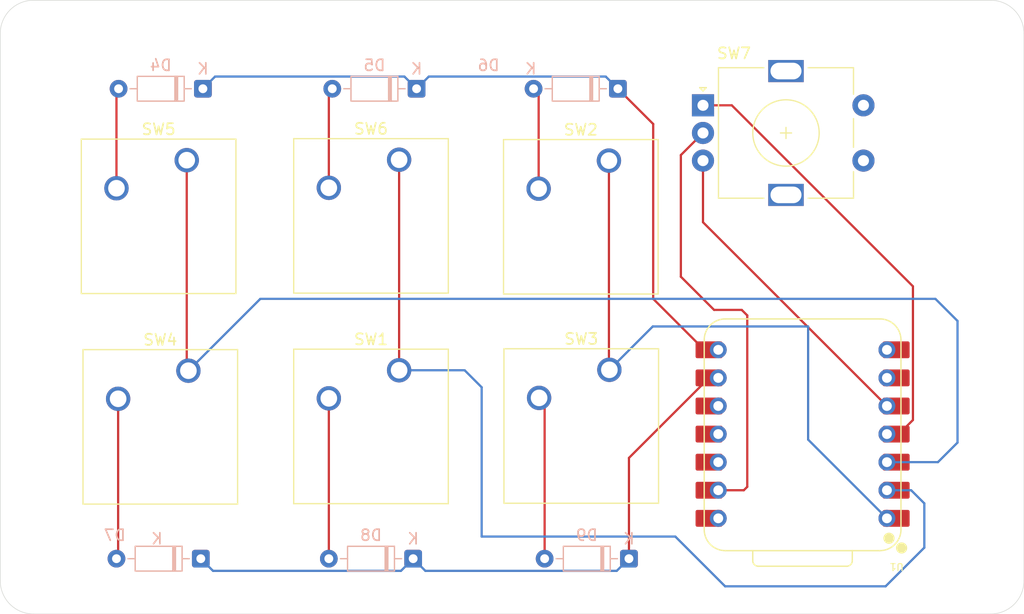
<source format=kicad_pcb>
(kicad_pcb (version 20241229) (generator "pcbnew") (generator_version "9.0")
  (layers (0 "F.Cu" signal) (2 "B.Cu" signal) (13 "F.Paste" user) (15 "B.Paste" user) (5 "F.SilkS" user "F.Silkscreen") (7 "B.SilkS" user "B.Silkscreen") (1 "F.Mask" user) (3 "B.Mask" user) (25 "Edge.Cuts" user))
  (net 0 "")
  (net 1 "Net-(D4-A)")
  (net 2 "ROW 1")
  (net 3 "Net-(D5-A)")
  (net 4 "Net-(D6-A)")
  (net 5 "ROW 2")
  (net 6 "Net-(D7-A)")
  (net 7 "Net-(D8-A)")
  (net 8 "Net-(D9-A)")
  (net 9 "COLUMN 2")
  (net 10 "COLUMN 3")
  (net 11 "COLUMN 1")
  (net 12 "SIGNAL B")
  (net 13 "SIGNAL A")
  (net 14 "GND")
  (net 18 "+5V")
  (footprint "Button_Switch_Keyboard:SW_Cherry_MX_1.00u_PCB" (layer "F.Cu") (at 187.04 81.42)
    (property "Reference" "SW3" (at -2.54 -2.794 0) (layer "F.SilkS"))
    (property "Value" "SW_Push")
    (fp_line (start -9.525 -1.905) (end 4.445 -1.905) (stroke (width 0.12)) (layer "F.SilkS"))
    (fp_line (start -9.525 12.065) (end -9.525 -1.905) (stroke (width 0.12)) (layer "F.SilkS"))
    (fp_line (start 4.445 -1.905) (end 4.445 12.065) (stroke (width 0.12)) (layer "F.SilkS"))
    (fp_line (start 4.445 12.065) (end -9.525 12.065) (stroke (width 0.12)) (layer "F.SilkS"))
    (pad "" np_thru_hole circle (at -7.62 5.08) (size 1.7 1.7) (drill 1.7) (layers "*.Cu" "*.Mask"))
    (pad "" np_thru_hole circle (at -2.54 5.08) (size 4 4) (drill 4) (layers "*.Cu" "*.Mask"))
    (pad "" np_thru_hole circle (at 2.54 5.08) (size 1.7 1.7) (drill 1.7) (layers "*.Cu" "*.Mask"))
    (pad "1" thru_hole circle (at 0 0) (size 2.2 2.2) (drill 1.5) (layers "*.Cu" "*.Mask") (net 10 "COLUMN 3"))
    (pad "2" thru_hole circle (at -6.35 2.54) (size 2.2 2.2) (drill 1.5) (layers "*.Cu" "*.Mask") (net 8 "Net-(D9-A)"))
  )
  (footprint "MountingHole:MountingHole_3.2mm_M3" (layer "F.Cu") (at 136.5 99.5)
    (property "Reference" "REF**" (hide yes))
    (property "Value" "MountingHole_3.2mm_M3" (hide yes))
    (pad "" np_thru_hole circle (at 0 0) (size 3.2 3.2) (drill 3.2) (layers "*.Cu" "*.Mask"))
  )
  (footprint "Button_Switch_Keyboard:SW_Cherry_MX_1.00u_PCB" (layer "F.Cu") (at 149 81.5)
    (property "Reference" "SW4" (at -2.54 -2.794 0) (layer "F.SilkS"))
    (property "Value" "SW_Push")
    (fp_line (start -9.525 -1.905) (end 4.445 -1.905) (stroke (width 0.12)) (layer "F.SilkS"))
    (fp_line (start -9.525 12.065) (end -9.525 -1.905) (stroke (width 0.12)) (layer "F.SilkS"))
    (fp_line (start 4.445 -1.905) (end 4.445 12.065) (stroke (width 0.12)) (layer "F.SilkS"))
    (fp_line (start 4.445 12.065) (end -9.525 12.065) (stroke (width 0.12)) (layer "F.SilkS"))
    (pad "" np_thru_hole circle (at -7.62 5.08) (size 1.7 1.7) (drill 1.7) (layers "*.Cu" "*.Mask"))
    (pad "" np_thru_hole circle (at -2.54 5.08) (size 4 4) (drill 4) (layers "*.Cu" "*.Mask"))
    (pad "" np_thru_hole circle (at 2.54 5.08) (size 1.7 1.7) (drill 1.7) (layers "*.Cu" "*.Mask"))
    (pad "1" thru_hole circle (at 0 0) (size 2.2 2.2) (drill 1.5) (layers "*.Cu" "*.Mask") (net 11 "COLUMN 1"))
    (pad "2" thru_hole circle (at -6.35 2.54) (size 2.2 2.2) (drill 1.5) (layers "*.Cu" "*.Mask") (net 6 "Net-(D7-A)"))
  )
  (footprint "MountingHole:MountingHole_3.2mm_M3" (layer "F.Cu") (at 220 99)
    (property "Reference" "REF**" (hide yes))
    (property "Value" "MountingHole_3.2mm_M3" (hide yes))
    (pad "" np_thru_hole circle (at 0 0) (size 3.2 3.2) (drill 3.2) (layers "*.Cu" "*.Mask"))
  )
  (footprint "Seeed Studio XIAO Series Library:XIAO-RP2040-DIP" (layer "F.Cu") (at 204.5 87.2315 180)
    (property "Reference" "U1" (at -8.5 -12 180) (layer "F.SilkS") (effects (font (size 0.635 0.635) (thickness 0.1016))))
    (property "Value" "XIAO-RP2040-DIP")
    (fp_line (start 8.89 8.509) (end 8.89 -8.636) (stroke (width 0.127)) (layer "F.SilkS"))
    (fp_line (start 6.985 -10.541) (end -6.985 -10.541) (stroke (width 0.1)) (layer "F.SilkS"))
    (fp_line (start 6.985 -10.541) (end -6.985 -10.541) (stroke (width 0.127)) (layer "F.SilkS"))
    (fp_line (start 4.504 -11.451) (end 4.504 -10.541) (stroke (width 0.127)) (layer "F.SilkS"))
    (fp_line (start -3.991272 -11.951) (end 4.004 -11.951) (stroke (width 0.127)) (layer "F.SilkS"))
    (fp_line (start -4.495 -10.541) (end -4.491272 -11.451272) (stroke (width 0.127)) (layer "F.SilkS"))
    (fp_line (start -6.985 10.414) (end 6.985 10.414) (stroke (width 0.127)) (layer "F.SilkS"))
    (fp_line (start -8.89 8.509) (end -8.89 -8.636) (stroke (width 0.127)) (layer "F.SilkS"))
    (fp_arc (start 8.89 8.509) (mid 8.332038 9.856038) (end 6.985 10.414) (stroke (width 0.127)) (layer "F.SilkS"))
    (fp_arc (start 6.985 -10.541) (mid 8.332038 -9.983038) (end 8.89 -8.636) (stroke (width 0.127)) (layer "F.SilkS"))
    (fp_arc (start 4.004 -11.951) (mid 4.357553 -11.804553) (end 4.504 -11.451) (stroke (width 0.127)) (layer "F.SilkS"))
    (fp_arc (start -4.491272 -11.451272) (mid -4.344724 -11.804644) (end -3.991272 -11.951) (stroke (width 0.127)) (layer "F.SilkS"))
    (fp_arc (start -6.985 10.414) (mid -8.332038 9.856038) (end -8.89 8.509) (stroke (width 0.127)) (layer "F.SilkS"))
    (fp_arc (start -8.89 -8.636) (mid -8.332038 -9.983038) (end -6.985 -10.541) (stroke (width 0.127)) (layer "F.SilkS"))
    (fp_circle (center -7.807 -9.42) (end -7.807 -9.674) (stroke (width 0.5)) (fill yes) (layer "F.SilkS"))
    (fp_circle (center -8.95 -10.3) (end -8.95 -10.554) (stroke (width 0.5)) (fill yes) (layer "F.SilkS"))
    (pad "1" smd roundrect (at -8.455 -7.62) (size 2.432 1.524) (layers "F.Cu" "F.Mask") (roundrect_rratio 0.1) (net 10 "COLUMN 3"))
    (pad "1" thru_hole circle (at -7.62 -7.62) (size 1.524 1.524) (drill 0.889) (layers "*.Cu" "*.Mask") (net 10 "COLUMN 3"))
    (pad "2" smd roundrect (at -8.455 -5.08) (size 2.432 1.524) (layers "F.Cu" "F.Mask") (roundrect_rratio 0.1) (net 9 "COLUMN 2"))
    (pad "2" thru_hole circle (at -7.62 -5.08) (size 1.524 1.524) (drill 0.889) (layers "*.Cu" "*.Mask") (net 9 "COLUMN 2"))
    (pad "3" smd roundrect (at -8.455 -2.54) (size 2.432 1.524) (layers "F.Cu" "F.Mask") (roundrect_rratio 0.1) (net 11 "COLUMN 1"))
    (pad "3" thru_hole circle (at -7.62 -2.54) (size 1.524 1.524) (drill 0.889) (layers "*.Cu" "*.Mask") (net 11 "COLUMN 1"))
    (pad "4" smd roundrect (at -8.455 0) (size 2.432 1.524) (layers "F.Cu" "F.Mask") (roundrect_rratio 0.1) (net 13 "SIGNAL A"))
    (pad "4" thru_hole circle (at -7.62 0) (size 1.524 1.524) (drill 0.889) (layers "*.Cu" "*.Mask") (net 13 "SIGNAL A"))
    (pad "5" smd roundrect (at -8.455 2.54) (size 2.432 1.524) (layers "F.Cu" "F.Mask") (roundrect_rratio 0.1) (net 12 "SIGNAL B"))
    (pad "5" thru_hole circle (at -7.62 2.54) (size 1.524 1.524) (drill 0.889) (layers "*.Cu" "*.Mask") (net 12 "SIGNAL B"))
    (pad "6" smd roundrect (at -8.455 5.08) (size 2.432 1.524) (layers "F.Cu" "F.Mask") (roundrect_rratio 0.1))
    (pad "6" thru_hole circle (at -7.62 5.08) (size 1.524 1.524) (drill 0.889) (layers "*.Cu" "*.Mask"))
    (pad "7" smd roundrect (at -8.455 7.62) (size 2.432 1.524) (layers "F.Cu" "F.Mask") (roundrect_rratio 0.1))
    (pad "7" thru_hole circle (at -7.62 7.62) (size 1.524 1.524) (drill 0.889) (layers "*.Cu" "*.Mask"))
    (pad "8" thru_hole circle (at 7.62 7.62 180) (size 1.524 1.524) (drill 0.889) (layers "*.Cu" "*.Mask") (net 2 "ROW 1"))
    (pad "8" smd roundrect (at 8.455 7.62 180) (size 2.432 1.524) (layers "F.Cu" "F.Mask") (roundrect_rratio 0.1) (net 2 "ROW 1"))
    (pad "9" thru_hole circle (at 7.62 5.08 180) (size 1.524 1.524) (drill 0.889) (layers "*.Cu" "*.Mask") (net 5 "ROW 2"))
    (pad "9" smd roundrect (at 8.455 5.08 180) (size 2.432 1.524) (layers "F.Cu" "F.Mask") (roundrect_rratio 0.1) (net 5 "ROW 2"))
    (pad "10" thru_hole circle (at 7.62 2.54 180) (size 1.524 1.524) (drill 0.889) (layers "*.Cu" "*.Mask"))
    (pad "10" smd roundrect (at 8.455 2.54 180) (size 2.432 1.524) (layers "F.Cu" "F.Mask") (roundrect_rratio 0.1))
    (pad "11" thru_hole circle (at 7.62 0 180) (size 1.524 1.524) (drill 0.889) (layers "*.Cu" "*.Mask"))
    (pad "11" smd roundrect (at 8.455 0 180) (size 2.432 1.524) (layers "F.Cu" "F.Mask") (roundrect_rratio 0.1))
    (pad "12" thru_hole circle (at 7.62 -2.54 180) (size 1.524 1.524) (drill 0.889) (layers "*.Cu" "*.Mask"))
    (pad "12" smd roundrect (at 8.455 -2.54 180) (size 2.432 1.524) (layers "F.Cu" "F.Mask") (roundrect_rratio 0.1))
    (pad "13" thru_hole circle (at 7.62 -5.08 180) (size 1.524 1.524) (drill 0.889) (layers "*.Cu" "*.Mask") (net 14 "GND"))
    (pad "13" smd roundrect (at 8.455 -5.08 180) (size 2.432 1.524) (layers "F.Cu" "F.Mask") (roundrect_rratio 0.1) (net 14 "GND"))
    (pad "14" thru_hole circle (at 7.62 -7.62 180) (size 1.524 1.524) (drill 0.889) (layers "*.Cu" "*.Mask") (net 18 "+5V"))
    (pad "14" smd roundrect (at 8.455 -7.62 180) (size 2.432 1.524) (layers "F.Cu" "F.Mask") (roundrect_rratio 0.1) (net 18 "+5V"))
  )
  (footprint "Rotary_Encoder:RotaryEncoder_Alps_EC11E-Switch_Vertical_H20mm" (layer "F.Cu") (at 195.5 57.5)
    (property "Reference" "SW7" (at 2.8 -4.7 0) (layer "F.SilkS"))
    (property "Value" "RotaryEncoder")
    (fp_line (start -0.3 -1.6) (end 0.3 -1.6) (stroke (width 0.12)) (layer "F.SilkS"))
    (fp_line (start 0 -1.3) (end -0.3 -1.6) (stroke (width 0.12)) (layer "F.SilkS"))
    (fp_line (start 0.3 -1.6) (end 0 -1.3) (stroke (width 0.12)) (layer "F.SilkS"))
    (fp_line (start 1.4 -3.4) (end 1.4 8.4) (stroke (width 0.12)) (layer "F.SilkS"))
    (fp_line (start 5.5 -3.4) (end 1.4 -3.4) (stroke (width 0.12)) (layer "F.SilkS"))
    (fp_line (start 5.5 8.4) (end 1.4 8.4) (stroke (width 0.12)) (layer "F.SilkS"))
    (fp_line (start 7 2.5) (end 8 2.5) (stroke (width 0.12)) (layer "F.SilkS"))
    (fp_line (start 7.5 2) (end 7.5 3) (stroke (width 0.12)) (layer "F.SilkS"))
    (fp_line (start 9.5 -3.4) (end 13.6 -3.4) (stroke (width 0.12)) (layer "F.SilkS"))
    (fp_line (start 13.6 -3.4) (end 13.6 -1) (stroke (width 0.12)) (layer "F.SilkS"))
    (fp_line (start 13.6 1.2) (end 13.6 3.8) (stroke (width 0.12)) (layer "F.SilkS"))
    (fp_line (start 13.6 6) (end 13.6 8.4) (stroke (width 0.12)) (layer "F.SilkS"))
    (fp_line (start 13.6 8.4) (end 9.5 8.4) (stroke (width 0.12)) (layer "F.SilkS"))
    (fp_circle (center 7.5 2.5) (end 10.5 2.5) (stroke (width 0.12)) (fill no) (layer "F.SilkS"))
    (pad "A" thru_hole rect (at 0 0) (size 2 2) (drill 1) (layers "*.Cu" "*.Mask") (net 13 "SIGNAL A"))
    (pad "B" thru_hole circle (at 0 5) (size 2 2) (drill 1) (layers "*.Cu" "*.Mask") (net 12 "SIGNAL B"))
    (pad "C" thru_hole circle (at 0 2.5) (size 2 2) (drill 1) (layers "*.Cu" "*.Mask") (net 14 "GND"))
    (pad "MP" thru_hole rect (at 7.5 -3.1) (size 3.2 2) (drill oval 2.8 1.5) (layers "*.Cu" "*.Mask"))
    (pad "MP" thru_hole rect (at 7.5 8.1) (size 3.2 2) (drill oval 2.8 1.5) (layers "*.Cu" "*.Mask"))
    (pad "S1" thru_hole circle (at 14.5 5) (size 2 2) (drill 1) (layers "*.Cu" "*.Mask"))
    (pad "S2" thru_hole circle (at 14.5 0) (size 2 2) (drill 1) (layers "*.Cu" "*.Mask"))
  )
  (footprint "Button_Switch_Keyboard:SW_Cherry_MX_1.00u_PCB" (layer "F.Cu") (at 148.85 62.46)
    (property "Reference" "SW5" (at -2.54 -2.794 0) (layer "F.SilkS"))
    (property "Value" "SW_Push")
    (fp_line (start -9.525 -1.905) (end 4.445 -1.905) (stroke (width 0.12)) (layer "F.SilkS"))
    (fp_line (start -9.525 12.065) (end -9.525 -1.905) (stroke (width 0.12)) (layer "F.SilkS"))
    (fp_line (start 4.445 -1.905) (end 4.445 12.065) (stroke (width 0.12)) (layer "F.SilkS"))
    (fp_line (start 4.445 12.065) (end -9.525 12.065) (stroke (width 0.12)) (layer "F.SilkS"))
    (pad "" np_thru_hole circle (at -7.62 5.08) (size 1.7 1.7) (drill 1.7) (layers "*.Cu" "*.Mask"))
    (pad "" np_thru_hole circle (at -2.54 5.08) (size 4 4) (drill 4) (layers "*.Cu" "*.Mask"))
    (pad "" np_thru_hole circle (at 2.54 5.08) (size 1.7 1.7) (drill 1.7) (layers "*.Cu" "*.Mask"))
    (pad "1" thru_hole circle (at 0 0) (size 2.2 2.2) (drill 1.5) (layers "*.Cu" "*.Mask") (net 11 "COLUMN 1"))
    (pad "2" thru_hole circle (at -6.35 2.54) (size 2.2 2.2) (drill 1.5) (layers "*.Cu" "*.Mask") (net 1 "Net-(D4-A)"))
  )
  (footprint "MountingHole:MountingHole_3.2mm_M3" (layer "F.Cu") (at 220 52)
    (property "Reference" "POOP" (hide yes))
    (property "Value" "MountingHole_3.2mm_M3" (hide yes))
    (pad "" np_thru_hole circle (at 0 0) (size 3.2 3.2) (drill 3.2) (layers "*.Cu" "*.Mask"))
  )
  (footprint "Button_Switch_Keyboard:SW_Cherry_MX_1.00u_PCB" (layer "F.Cu") (at 168.04 62.42)
    (property "Reference" "SW6" (at -2.54 -2.794 0) (layer "F.SilkS"))
    (property "Value" "SW_Push")
    (fp_line (start -9.525 -1.905) (end 4.445 -1.905) (stroke (width 0.12)) (layer "F.SilkS"))
    (fp_line (start -9.525 12.065) (end -9.525 -1.905) (stroke (width 0.12)) (layer "F.SilkS"))
    (fp_line (start 4.445 -1.905) (end 4.445 12.065) (stroke (width 0.12)) (layer "F.SilkS"))
    (fp_line (start 4.445 12.065) (end -9.525 12.065) (stroke (width 0.12)) (layer "F.SilkS"))
    (pad "" np_thru_hole circle (at -7.62 5.08) (size 1.7 1.7) (drill 1.7) (layers "*.Cu" "*.Mask"))
    (pad "" np_thru_hole circle (at -2.54 5.08) (size 4 4) (drill 4) (layers "*.Cu" "*.Mask"))
    (pad "" np_thru_hole circle (at 2.54 5.08) (size 1.7 1.7) (drill 1.7) (layers "*.Cu" "*.Mask"))
    (pad "1" thru_hole circle (at 0 0) (size 2.2 2.2) (drill 1.5) (layers "*.Cu" "*.Mask") (net 9 "COLUMN 2"))
    (pad "2" thru_hole circle (at -6.35 2.54) (size 2.2 2.2) (drill 1.5) (layers "*.Cu" "*.Mask") (net 3 "Net-(D5-A)"))
  )
  (footprint "Button_Switch_Keyboard:SW_Cherry_MX_1.00u_PCB" (layer "F.Cu") (at 187 62.5)
    (property "Reference" "SW2" (at -2.54 -2.794 0) (layer "F.SilkS"))
    (property "Value" "SW_Push")
    (fp_line (start -9.525 -1.905) (end 4.445 -1.905) (stroke (width 0.12)) (layer "F.SilkS"))
    (fp_line (start -9.525 12.065) (end -9.525 -1.905) (stroke (width 0.12)) (layer "F.SilkS"))
    (fp_line (start 4.445 -1.905) (end 4.445 12.065) (stroke (width 0.12)) (layer "F.SilkS"))
    (fp_line (start 4.445 12.065) (end -9.525 12.065) (stroke (width 0.12)) (layer "F.SilkS"))
    (pad "" np_thru_hole circle (at -7.62 5.08) (size 1.7 1.7) (drill 1.7) (layers "*.Cu" "*.Mask"))
    (pad "" np_thru_hole circle (at -2.54 5.08) (size 4 4) (drill 4) (layers "*.Cu" "*.Mask"))
    (pad "" np_thru_hole circle (at 2.54 5.08) (size 1.7 1.7) (drill 1.7) (layers "*.Cu" "*.Mask"))
    (pad "1" thru_hole circle (at 0 0) (size 2.2 2.2) (drill 1.5) (layers "*.Cu" "*.Mask") (net 10 "COLUMN 3"))
    (pad "2" thru_hole circle (at -6.35 2.54) (size 2.2 2.2) (drill 1.5) (layers "*.Cu" "*.Mask") (net 4 "Net-(D6-A)"))
  )
  (footprint "Button_Switch_Keyboard:SW_Cherry_MX_1.00u_PCB" (layer "F.Cu") (at 168.04 81.46)
    (property "Reference" "SW1" (at -2.54 -2.794 0) (layer "F.SilkS"))
    (property "Value" "SW_Push")
    (fp_line (start -9.525 -1.905) (end 4.445 -1.905) (stroke (width 0.12)) (layer "F.SilkS"))
    (fp_line (start -9.525 12.065) (end -9.525 -1.905) (stroke (width 0.12)) (layer "F.SilkS"))
    (fp_line (start 4.445 -1.905) (end 4.445 12.065) (stroke (width 0.12)) (layer "F.SilkS"))
    (fp_line (start 4.445 12.065) (end -9.525 12.065) (stroke (width 0.12)) (layer "F.SilkS"))
    (pad "" np_thru_hole circle (at -7.62 5.08) (size 1.7 1.7) (drill 1.7) (layers "*.Cu" "*.Mask"))
    (pad "" np_thru_hole circle (at -2.54 5.08) (size 4 4) (drill 4) (layers "*.Cu" "*.Mask"))
    (pad "" np_thru_hole circle (at 2.54 5.08) (size 1.7 1.7) (drill 1.7) (layers "*.Cu" "*.Mask"))
    (pad "1" thru_hole circle (at 0 0) (size 2.2 2.2) (drill 1.5) (layers "*.Cu" "*.Mask") (net 9 "COLUMN 2"))
    (pad "2" thru_hole circle (at -6.35 2.54) (size 2.2 2.2) (drill 1.5) (layers "*.Cu" "*.Mask") (net 7 "Net-(D8-A)"))
  )
  (footprint "MountingHole:MountingHole_3.2mm_M3" (layer "F.Cu") (at 136.5 52)
    (property "Reference" "REF**" (hide yes))
    (property "Value" "MountingHole_3.2mm_M3" (hide yes))
    (pad "" np_thru_hole circle (at 0 0) (size 3.2 3.2) (drill 3.2) (layers "*.Cu" "*.Mask"))
  )
  (footprint "Diode_THT:D_DO-35_SOD27_P7.62mm_Horizontal" (layer "B.Cu") (at 169.62 56 180)
    (property "Reference" "D5" (at 3.81 2.12 0) (layer "B.SilkS") (effects (justify mirror)))
    (property "Value" "1N4148")
    (fp_line (start 6.58 0) (end 5.93 0) (stroke (width 0.12)) (layer "B.SilkS"))
    (fp_line (start 2.53 1.12) (end 2.53 -1.12) (stroke (width 0.12)) (layer "B.SilkS"))
    (fp_line (start 2.41 1.12) (end 2.41 -1.12) (stroke (width 0.12)) (layer "B.SilkS"))
    (fp_line (start 2.29 1.12) (end 2.29 -1.12) (stroke (width 0.12)) (layer "B.SilkS"))
    (fp_line (start 1.04 0) (end 1.69 0) (stroke (width 0.12)) (layer "B.SilkS"))
    (fp_rect (start 1.69 1.12) (end 5.93 -1.12) (stroke (width 0.12)) (fill no) (layer "B.SilkS"))
    (fp_text user "K" (at 0 1.8 0) (layer "B.SilkS") (effects (justify mirror)))
    (pad "1" thru_hole roundrect (at 0 0 180) (size 1.6 1.6) (drill 0.8) (layers "*.Cu" "*.Mask") (roundrect_rratio 0.15625) (net 2 "ROW 1"))
    (pad "2" thru_hole circle (at 7.62 0 180) (size 1.6 1.6) (drill 0.8) (layers "*.Cu" "*.Mask") (net 3 "Net-(D5-A)"))
  )
  (footprint "Diode_THT:D_DO-35_SOD27_P7.62mm_Horizontal" (layer "B.Cu") (at 150.31 56 180)
    (property "Reference" "D4" (at 3.81 2.12 0) (layer "B.SilkS") (effects (justify mirror)))
    (property "Value" "1N4148")
    (fp_line (start 6.58 0) (end 5.93 0) (stroke (width 0.12)) (layer "B.SilkS"))
    (fp_line (start 2.53 1.12) (end 2.53 -1.12) (stroke (width 0.12)) (layer "B.SilkS"))
    (fp_line (start 2.41 1.12) (end 2.41 -1.12) (stroke (width 0.12)) (layer "B.SilkS"))
    (fp_line (start 2.29 1.12) (end 2.29 -1.12) (stroke (width 0.12)) (layer "B.SilkS"))
    (fp_line (start 1.04 0) (end 1.69 0) (stroke (width 0.12)) (layer "B.SilkS"))
    (fp_rect (start 1.69 1.12) (end 5.93 -1.12) (stroke (width 0.12)) (fill no) (layer "B.SilkS"))
    (fp_text user "K" (at 0 1.8 0) (layer "B.SilkS") (effects (justify mirror)))
    (pad "1" thru_hole roundrect (at 0 0 180) (size 1.6 1.6) (drill 0.8) (layers "*.Cu" "*.Mask") (roundrect_rratio 0.15625) (net 2 "ROW 1"))
    (pad "2" thru_hole circle (at 7.62 0 180) (size 1.6 1.6) (drill 0.8) (layers "*.Cu" "*.Mask") (net 1 "Net-(D4-A)"))
  )
  (footprint "Diode_THT:D_DO-35_SOD27_P7.62mm_Horizontal" (layer "B.Cu") (at 187.81 56 180)
    (property "Reference" "D6" (at 11.684 2.12 0) (layer "B.SilkS") (effects (justify mirror)))
    (property "Value" "1N4148")
    (fp_line (start 6.58 0) (end 5.93 0) (stroke (width 0.12)) (layer "B.SilkS"))
    (fp_line (start 2.53 1.12) (end 2.53 -1.12) (stroke (width 0.12)) (layer "B.SilkS"))
    (fp_line (start 2.41 1.12) (end 2.41 -1.12) (stroke (width 0.12)) (layer "B.SilkS"))
    (fp_line (start 2.29 1.12) (end 2.29 -1.12) (stroke (width 0.12)) (layer "B.SilkS"))
    (fp_line (start 1.04 0) (end 1.69 0) (stroke (width 0.12)) (layer "B.SilkS"))
    (fp_rect (start 1.69 1.12) (end 5.93 -1.12) (stroke (width 0.12)) (fill no) (layer "B.SilkS"))
    (fp_text user "K" (at 7.874 1.8 0) (layer "B.SilkS") (effects (justify mirror)))
    (pad "1" thru_hole roundrect (at 0 0 180) (size 1.6 1.6) (drill 0.8) (layers "*.Cu" "*.Mask") (roundrect_rratio 0.15625) (net 2 "ROW 1"))
    (pad "2" thru_hole circle (at 7.62 0 180) (size 1.6 1.6) (drill 0.8) (layers "*.Cu" "*.Mask") (net 4 "Net-(D6-A)"))
  )
  (footprint "Diode_THT:D_DO-35_SOD27_P7.62mm_Horizontal" (layer "B.Cu") (at 188.81 98.5 180)
    (property "Reference" "D9" (at 3.81 2.12 0) (layer "B.SilkS") (effects (justify mirror)))
    (property "Value" "1N4148")
    (fp_line (start 6.58 0) (end 5.93 0) (stroke (width 0.12)) (layer "B.SilkS"))
    (fp_line (start 2.53 1.12) (end 2.53 -1.12) (stroke (width 0.12)) (layer "B.SilkS"))
    (fp_line (start 2.41 1.12) (end 2.41 -1.12) (stroke (width 0.12)) (layer "B.SilkS"))
    (fp_line (start 2.29 1.12) (end 2.29 -1.12) (stroke (width 0.12)) (layer "B.SilkS"))
    (fp_line (start 1.04 0) (end 1.69 0) (stroke (width 0.12)) (layer "B.SilkS"))
    (fp_rect (start 1.69 1.12) (end 5.93 -1.12) (stroke (width 0.12)) (fill no) (layer "B.SilkS"))
    (fp_text user "K" (at 0 1.8 0) (layer "B.SilkS") (effects (justify mirror)))
    (pad "1" thru_hole roundrect (at 0 0 180) (size 1.6 1.6) (drill 0.8) (layers "*.Cu" "*.Mask") (roundrect_rratio 0.15625) (net 5 "ROW 2"))
    (pad "2" thru_hole circle (at 7.62 0 180) (size 1.6 1.6) (drill 0.8) (layers "*.Cu" "*.Mask") (net 8 "Net-(D9-A)"))
  )
  (footprint "Diode_THT:D_DO-35_SOD27_P7.62mm_Horizontal" (layer "B.Cu") (at 150.12 98.5 180)
    (property "Reference" "D7" (at 7.774 2.12 0) (layer "B.SilkS") (effects (justify mirror)))
    (property "Value" "1N4148")
    (fp_line (start 6.58 0) (end 5.93 0) (stroke (width 0.12)) (layer "B.SilkS"))
    (fp_line (start 2.53 1.12) (end 2.53 -1.12) (stroke (width 0.12)) (layer "B.SilkS"))
    (fp_line (start 2.41 1.12) (end 2.41 -1.12) (stroke (width 0.12)) (layer "B.SilkS"))
    (fp_line (start 2.29 1.12) (end 2.29 -1.12) (stroke (width 0.12)) (layer "B.SilkS"))
    (fp_line (start 1.04 0) (end 1.69 0) (stroke (width 0.12)) (layer "B.SilkS"))
    (fp_rect (start 1.69 1.12) (end 5.93 -1.12) (stroke (width 0.12)) (fill no) (layer "B.SilkS"))
    (fp_text user "K" (at 3.964 1.8 0) (layer "B.SilkS") (effects (justify mirror)))
    (pad "1" thru_hole roundrect (at 0 0 180) (size 1.6 1.6) (drill 0.8) (layers "*.Cu" "*.Mask") (roundrect_rratio 0.15625) (net 5 "ROW 2"))
    (pad "2" thru_hole circle (at 7.62 0 180) (size 1.6 1.6) (drill 0.8) (layers "*.Cu" "*.Mask") (net 6 "Net-(D7-A)"))
  )
  (footprint "Diode_THT:D_DO-35_SOD27_P7.62mm_Horizontal" (layer "B.Cu") (at 169.31 98.5 180)
    (property "Reference" "D8" (at 3.81 2.12 0) (layer "B.SilkS") (effects (justify mirror)))
    (property "Value" "1N4148")
    (fp_line (start 6.58 0) (end 5.93 0) (stroke (width 0.12)) (layer "B.SilkS"))
    (fp_line (start 2.53 1.12) (end 2.53 -1.12) (stroke (width 0.12)) (layer "B.SilkS"))
    (fp_line (start 2.41 1.12) (end 2.41 -1.12) (stroke (width 0.12)) (layer "B.SilkS"))
    (fp_line (start 2.29 1.12) (end 2.29 -1.12) (stroke (width 0.12)) (layer "B.SilkS"))
    (fp_line (start 1.04 0) (end 1.69 0) (stroke (width 0.12)) (layer "B.SilkS"))
    (fp_rect (start 1.69 1.12) (end 5.93 -1.12) (stroke (width 0.12)) (fill no) (layer "B.SilkS"))
    (fp_text user "K" (at 0 1.8 0) (layer "B.SilkS") (effects (justify mirror)))
    (pad "1" thru_hole roundrect (at 0 0 180) (size 1.6 1.6) (drill 0.8) (layers "*.Cu" "*.Mask") (roundrect_rratio 0.15625) (net 5 "ROW 2"))
    (pad "2" thru_hole circle (at 7.62 0 180) (size 1.6 1.6) (drill 0.8) (layers "*.Cu" "*.Mask") (net 7 "Net-(D8-A)"))
  )
  (gr_arc (start 224.5 100.5) (mid 223.62132 102.62132) (end 221.5 103.5) (stroke (width 0.05)) (layer "Edge.Cuts"))
  (gr_line (start 135 48) (end 221.5 48) (stroke (width 0.05)) (layer "Edge.Cuts"))
  (gr_arc (start 221.5 48) (mid 223.62132 48.87868) (end 224.5 51) (stroke (width 0.05)) (layer "Edge.Cuts"))
  (gr_arc (start 132 51) (mid 132.87868 48.87868) (end 135 48) (stroke (width 0.05)) (layer "Edge.Cuts"))
  (gr_line (start 132 100.5) (end 132 51) (stroke (width 0.05)) (layer "Edge.Cuts"))
  (gr_arc (start 135 103.5) (mid 132.87868 102.62132) (end 132 100.5) (stroke (width 0.05)) (layer "Edge.Cuts"))
  (gr_line (start 224.5 51) (end 224.5 100.5) (stroke (width 0.05)) (layer "Edge.Cuts"))
  (gr_line (start 221.5 103.5) (end 135 103.5) (stroke (width 0.05)) (layer "Edge.Cuts"))
  (segment (start 142.5 56.19) (end 142.69 56) (width 0.2) (layer "F.Cu") (net 1))
  (segment (start 142.5 65) (end 142.5 56.19) (width 0.2) (layer "F.Cu") (net 1))
  (segment (start 196.88 79.6115) (end 195.6115 79.6115) (width 0.2) (layer "F.Cu") (net 2))
  (segment (start 191 59.19) (end 187.81 56) (width 0.2) (layer "F.Cu") (net 2))
  (segment (start 191 75) (end 191 59.19) (width 0.2) (layer "F.Cu") (net 2))
  (segment (start 195.6115 79.6115) (end 191 75) (width 0.2) (layer "F.Cu") (net 2))
  (segment (start 186.709 54.899) (end 187.81 56) (width 0.2) (layer "B.Cu") (net 2))
  (segment (start 169.62 56) (end 170.721 54.899) (width 0.2) (layer "B.Cu") (net 2))
  (segment (start 150.31 56) (end 151.411 54.899) (width 0.2) (layer "B.Cu") (net 2))
  (segment (start 151.411 54.899) (end 168.519 54.899) (width 0.2) (layer "B.Cu") (net 2))
  (segment (start 170.721 54.899) (end 186.709 54.899) (width 0.2) (layer "B.Cu") (net 2))
  (segment (start 168.519 54.899) (end 169.62 56) (width 0.2) (layer "B.Cu") (net 2))
  (segment (start 161.69 56.31) (end 162 56) (width 0.2) (layer "F.Cu") (net 3))
  (segment (start 161.69 64.96) (end 161.69 56.31) (width 0.2) (layer "F.Cu") (net 3))
  (segment (start 180.65 65.04) (end 180.65 56.46) (width 0.2) (layer "F.Cu") (net 4))
  (segment (start 180.65 56.46) (end 180.19 56) (width 0.2) (layer "F.Cu") (net 4))
  (segment (start 196.045 82.1515) (end 196.88 82.1515) (width 0.2) (layer "F.Cu") (net 5))
  (segment (start 188.81 89.3865) (end 196.045 82.1515) (width 0.2) (layer "F.Cu") (net 5))
  (segment (start 188.81 98.5) (end 188.81 89.3865) (width 0.2) (layer "F.Cu") (net 5))
  (segment (start 168.209 99.601) (end 169.31 98.5) (width 0.2) (layer "B.Cu") (net 5))
  (segment (start 169.31 98.5) (end 170.411 99.601) (width 0.2) (layer "B.Cu") (net 5))
  (segment (start 187.709 99.601) (end 188.81 98.5) (width 0.2) (layer "B.Cu") (net 5))
  (segment (start 151.221 99.601) (end 168.209 99.601) (width 0.2) (layer "B.Cu") (net 5))
  (segment (start 150.12 98.5) (end 151.221 99.601) (width 0.2) (layer "B.Cu") (net 5))
  (segment (start 170.411 99.601) (end 187.709 99.601) (width 0.2) (layer "B.Cu") (net 5))
  (segment (start 142.65 98.35) (end 142.65 84.04) (width 0.2) (layer "F.Cu") (net 6))
  (segment (start 142.5 98.5) (end 142.65 98.35) (width 0.2) (layer "F.Cu") (net 6))
  (segment (start 161.69 98.5) (end 161.69 84) (width 0.2) (layer "F.Cu") (net 7))
  (segment (start 181.19 98.5) (end 181.19 84.46) (width 0.2) (layer "F.Cu") (net 8))
  (segment (start 181.19 84.46) (end 180.69 83.96) (width 0.2) (layer "F.Cu") (net 8))
  (segment (start 168.04 62.42) (end 168.04 81.46) (width 0.2) (layer "F.Cu") (net 9))
  (segment (start 168.04 81.46) (end 173.96 81.46) (width 0.2) (layer "B.Cu") (net 9))
  (segment (start 215.5 93.5) (end 214.3115 92.3115) (width 0.2) (layer "B.Cu") (net 9))
  (segment (start 173.96 81.46) (end 175.5 83) (width 0.2) (layer "B.Cu") (net 9))
  (segment (start 215.5 97.5) (end 215.5 93.5) (width 0.2) (layer "B.Cu") (net 9))
  (segment (start 175.5 96.5) (end 193 96.5) (width 0.2) (layer "B.Cu") (net 9))
  (segment (start 197.5 101) (end 212 101) (width 0.2) (layer "B.Cu") (net 9))
  (segment (start 193 96.5) (end 197.5 101) (width 0.2) (layer "B.Cu") (net 9))
  (segment (start 214.3115 92.3115) (end 212.12 92.3115) (width 0.2) (layer "B.Cu") (net 9))
  (segment (start 212 101) (end 215.5 97.5) (width 0.2) (layer "B.Cu") (net 9))
  (segment (start 175.5 83) (end 175.5 96.5) (width 0.2) (layer "B.Cu") (net 9))
  (segment (start 187 81.38) (end 187.04 81.42) (width 0.2) (layer "F.Cu") (net 10))
  (segment (start 187 62.5) (end 187 81.38) (width 0.2) (layer "F.Cu") (net 10))
  (segment (start 205 87.7315) (end 205 77.5) (width 0.2) (layer "B.Cu") (net 10))
  (segment (start 205 77.5) (end 190.96 77.5) (width 0.2) (layer "B.Cu") (net 10))
  (segment (start 190.96 77.5) (end 187.04 81.42) (width 0.2) (layer "B.Cu") (net 10))
  (segment (start 212.12 94.8515) (end 205 87.7315) (width 0.2) (layer "B.Cu") (net 10))
  (segment (start 148.85 62.46) (end 148.85 81.35) (width 0.2) (layer "F.Cu") (net 11))
  (segment (start 148.85 81.35) (end 149 81.5) (width 0.2) (layer "F.Cu") (net 11))
  (segment (start 216.7285 89.7715) (end 212.12 89.7715) (width 0.2) (layer "B.Cu") (net 11))
  (segment (start 155.5 75) (end 216.5 75) (width 0.2) (layer "B.Cu") (net 11))
  (segment (start 218.5 88) (end 216.7285 89.7715) (width 0.2) (layer "B.Cu") (net 11))
  (segment (start 149 81.5) (end 155.5 75) (width 0.2) (layer "B.Cu") (net 11))
  (segment (start 216.5 75) (end 218.5 77) (width 0.2) (layer "B.Cu") (net 11))
  (segment (start 218.5 77) (end 218.5 88) (width 0.2) (layer "B.Cu") (net 11))
  (segment (start 195.5 68.0715) (end 212.12 84.6915) (width 0.2) (layer "F.Cu") (net 12))
  (segment (start 195.5 62.5) (end 195.5 68.0715) (width 0.2) (layer "F.Cu") (net 12))
  (segment (start 198.102 57.5) (end 195.5 57.5) (width 0.2) (layer "F.Cu") (net 13))
  (segment (start 214.472 85.95713) (end 214.472 73.87) (width 0.2) (layer "F.Cu") (net 13))
  (segment (start 214.472 73.87) (end 198.102 57.5) (width 0.2) (layer "F.Cu") (net 13))
  (segment (start 213.19763 87.2315) (end 214.472 85.95713) (width 0.2) (layer "F.Cu") (net 13))
  (segment (start 212.12 87.2315) (end 213.19763 87.2315) (width 0.2) (layer "F.Cu") (net 13))
  (segment (start 199.5 92) (end 199.5 76.5) (width 0.2) (layer "F.Cu") (net 14))
  (segment (start 193.5 62) (end 195.5 60) (width 0.2) (layer "F.Cu") (net 14))
  (segment (start 196.5 76) (end 193.5 73) (width 0.2) (layer "F.Cu") (net 14))
  (segment (start 193.5 73) (end 193.5 62) (width 0.2) (layer "F.Cu") (net 14))
  (segment (start 199.5 76.5) (end 199 76) (width 0.2) (layer "F.Cu") (net 14))
  (segment (start 199 76) (end 196.5 76) (width 0.2) (layer "F.Cu") (net 14))
  (segment (start 199.1885 92.3115) (end 199.5 92) (width 0.2) (layer "F.Cu") (net 14))
  (segment (start 196.045 92.3115) (end 199.1885 92.3115) (width 0.2) (layer "F.Cu") (net 14))
)
</source>
